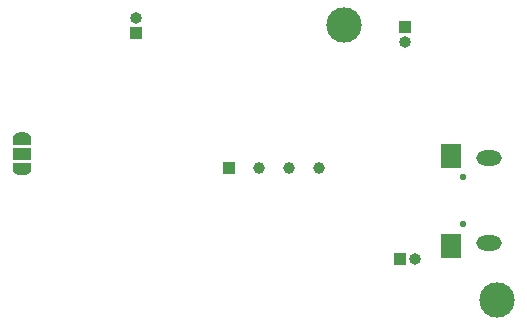
<source format=gbr>
%TF.GenerationSoftware,KiCad,Pcbnew,(5.1.9-0-10_14)*%
%TF.CreationDate,2021-08-08T20:33:52+02:00*%
%TF.ProjectId,Leo_muziekdoos,4c656f5f-6d75-47a6-9965-6b646f6f732e,rev?*%
%TF.SameCoordinates,Original*%
%TF.FileFunction,Soldermask,Bot*%
%TF.FilePolarity,Negative*%
%FSLAX46Y46*%
G04 Gerber Fmt 4.6, Leading zero omitted, Abs format (unit mm)*
G04 Created by KiCad (PCBNEW (5.1.9-0-10_14)) date 2021-08-08 20:33:52*
%MOMM*%
%LPD*%
G01*
G04 APERTURE LIST*
%ADD10O,1.000000X1.000000*%
%ADD11R,1.000000X1.000000*%
%ADD12C,3.000000*%
%ADD13C,1.000000*%
%ADD14R,1.500000X1.000000*%
%ADD15C,0.100000*%
%ADD16R,1.800000X2.000000*%
%ADD17O,2.150000X1.300000*%
%ADD18C,0.550000*%
G04 APERTURE END LIST*
D10*
%TO.C,J4*%
X51816000Y-64820800D03*
D11*
X51816000Y-66090800D03*
%TD*%
D10*
%TO.C,J3*%
X74625200Y-66903600D03*
D11*
X74625200Y-65633600D03*
%TD*%
D10*
%TO.C,J1*%
X75501500Y-85280500D03*
D11*
X74231500Y-85280500D03*
%TD*%
D12*
%TO.C,M2*%
X82397600Y-88696800D03*
%TD*%
%TO.C,M1*%
X69443600Y-65481200D03*
%TD*%
D13*
%TO.C,TP4*%
X67310000Y-77597000D03*
%TD*%
%TO.C,TP3*%
X64770000Y-77597000D03*
%TD*%
%TO.C,TP2*%
X62230000Y-77597000D03*
%TD*%
D11*
%TO.C,TP1*%
X59690000Y-77597000D03*
%TD*%
D14*
%TO.C,JP2*%
X42194480Y-76349860D03*
D15*
G36*
X41445082Y-75049860D02*
G01*
X41445082Y-75025326D01*
X41449892Y-74976495D01*
X41459464Y-74928370D01*
X41473708Y-74881415D01*
X41492485Y-74836082D01*
X41515616Y-74792809D01*
X41542876Y-74752010D01*
X41574004Y-74714081D01*
X41608701Y-74679384D01*
X41646630Y-74648256D01*
X41687429Y-74620996D01*
X41730702Y-74597865D01*
X41776035Y-74579088D01*
X41822990Y-74564844D01*
X41871115Y-74555272D01*
X41919946Y-74550462D01*
X41944480Y-74550462D01*
X41944480Y-74549860D01*
X42444480Y-74549860D01*
X42444480Y-74550462D01*
X42469014Y-74550462D01*
X42517845Y-74555272D01*
X42565970Y-74564844D01*
X42612925Y-74579088D01*
X42658258Y-74597865D01*
X42701531Y-74620996D01*
X42742330Y-74648256D01*
X42780259Y-74679384D01*
X42814956Y-74714081D01*
X42846084Y-74752010D01*
X42873344Y-74792809D01*
X42896475Y-74836082D01*
X42915252Y-74881415D01*
X42929496Y-74928370D01*
X42939068Y-74976495D01*
X42943878Y-75025326D01*
X42943878Y-75049860D01*
X42944480Y-75049860D01*
X42944480Y-75599860D01*
X41444480Y-75599860D01*
X41444480Y-75049860D01*
X41445082Y-75049860D01*
G37*
G36*
X42944480Y-77099860D02*
G01*
X42944480Y-77649860D01*
X42943878Y-77649860D01*
X42943878Y-77674394D01*
X42939068Y-77723225D01*
X42929496Y-77771350D01*
X42915252Y-77818305D01*
X42896475Y-77863638D01*
X42873344Y-77906911D01*
X42846084Y-77947710D01*
X42814956Y-77985639D01*
X42780259Y-78020336D01*
X42742330Y-78051464D01*
X42701531Y-78078724D01*
X42658258Y-78101855D01*
X42612925Y-78120632D01*
X42565970Y-78134876D01*
X42517845Y-78144448D01*
X42469014Y-78149258D01*
X42444480Y-78149258D01*
X42444480Y-78149860D01*
X41944480Y-78149860D01*
X41944480Y-78149258D01*
X41919946Y-78149258D01*
X41871115Y-78144448D01*
X41822990Y-78134876D01*
X41776035Y-78120632D01*
X41730702Y-78101855D01*
X41687429Y-78078724D01*
X41646630Y-78051464D01*
X41608701Y-78020336D01*
X41574004Y-77985639D01*
X41542876Y-77947710D01*
X41515616Y-77906911D01*
X41492485Y-77863638D01*
X41473708Y-77818305D01*
X41459464Y-77771350D01*
X41449892Y-77723225D01*
X41445082Y-77674394D01*
X41445082Y-77649860D01*
X41444480Y-77649860D01*
X41444480Y-77099860D01*
X42944480Y-77099860D01*
G37*
%TD*%
D16*
%TO.C,J2*%
X78551800Y-84140200D03*
D17*
X81711800Y-83940200D03*
D16*
X78551800Y-76540200D03*
D17*
X81711800Y-76740200D03*
D18*
X79561800Y-82340200D03*
X79561800Y-78340200D03*
%TD*%
M02*

</source>
